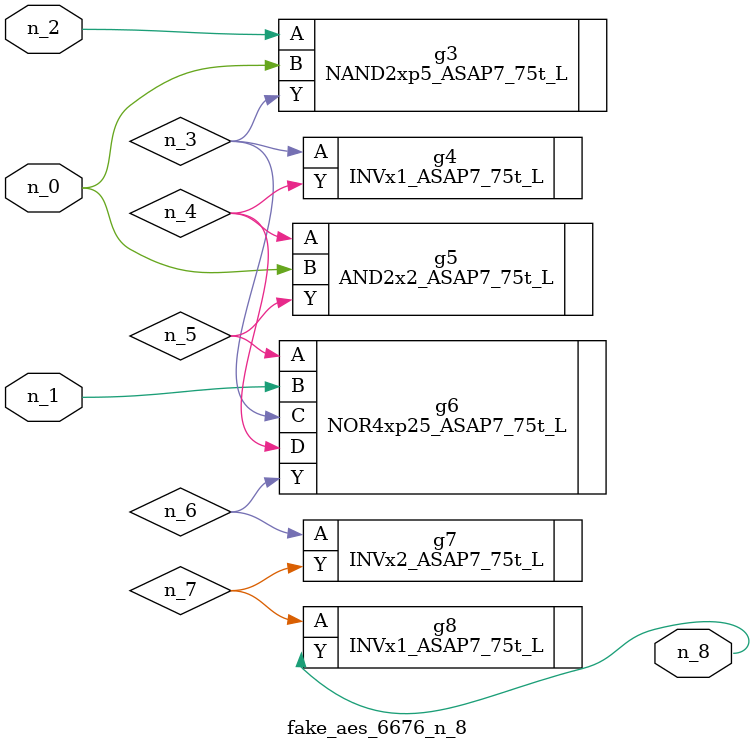
<source format=v>
module fake_aes_6676_n_8 (n_1, n_2, n_0, n_8);
input n_1;
input n_2;
input n_0;
output n_8;
wire n_6;
wire n_4;
wire n_3;
wire n_5;
wire n_7;
NAND2xp5_ASAP7_75t_L g3 ( .A(n_2), .B(n_0), .Y(n_3) );
INVx1_ASAP7_75t_L g4 ( .A(n_3), .Y(n_4) );
AND2x2_ASAP7_75t_L g5 ( .A(n_4), .B(n_0), .Y(n_5) );
NOR4xp25_ASAP7_75t_L g6 ( .A(n_5), .B(n_1), .C(n_3), .D(n_4), .Y(n_6) );
INVx2_ASAP7_75t_L g7 ( .A(n_6), .Y(n_7) );
INVx1_ASAP7_75t_L g8 ( .A(n_7), .Y(n_8) );
endmodule
</source>
